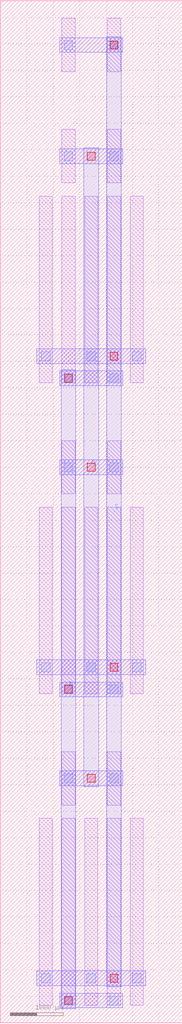
<source format=lef>
MACRO PMOS_S_81354572_X2_Y3
  UNITS 
    DATABASE MICRONS UNITS 1000;
  END UNITS 
  ORIGIN 0 0 ;
  FOREIGN PMOS_S_81354572_X2_Y3 0 0 ;
  SIZE 3440 BY 19320 ;
  PIN D
    DIRECTION INOUT ;
    USE SIGNAL ;
    PORT
      LAYER M3 ;
        RECT 1150 260 1430 12340 ;
    END
  END D
  PIN G
    DIRECTION INOUT ;
    USE SIGNAL ;
    PORT
      LAYER M3 ;
        RECT 1580 4460 1860 16540 ;
    END
  END G
  PIN S
    DIRECTION INOUT ;
    USE SIGNAL ;
    PORT
      LAYER M3 ;
        RECT 2010 680 2290 18640 ;
    END
  END S
  OBS
    LAYER M1 ;
      RECT 1165 335 1415 3865 ;
    LAYER M1 ;
      RECT 1165 4115 1415 5125 ;
    LAYER M1 ;
      RECT 1165 6215 1415 9745 ;
    LAYER M1 ;
      RECT 1165 9995 1415 11005 ;
    LAYER M1 ;
      RECT 1165 12095 1415 15625 ;
    LAYER M1 ;
      RECT 1165 15875 1415 16885 ;
    LAYER M1 ;
      RECT 1165 17975 1415 18985 ;
    LAYER M1 ;
      RECT 735 335 985 3865 ;
    LAYER M1 ;
      RECT 735 6215 985 9745 ;
    LAYER M1 ;
      RECT 735 12095 985 15625 ;
    LAYER M1 ;
      RECT 1595 335 1845 3865 ;
    LAYER M1 ;
      RECT 1595 6215 1845 9745 ;
    LAYER M1 ;
      RECT 1595 12095 1845 15625 ;
    LAYER M1 ;
      RECT 2025 335 2275 3865 ;
    LAYER M1 ;
      RECT 2025 4115 2275 5125 ;
    LAYER M1 ;
      RECT 2025 6215 2275 9745 ;
    LAYER M1 ;
      RECT 2025 9995 2275 11005 ;
    LAYER M1 ;
      RECT 2025 12095 2275 15625 ;
    LAYER M1 ;
      RECT 2025 15875 2275 16885 ;
    LAYER M1 ;
      RECT 2025 17975 2275 18985 ;
    LAYER M1 ;
      RECT 2455 335 2705 3865 ;
    LAYER M1 ;
      RECT 2455 6215 2705 9745 ;
    LAYER M1 ;
      RECT 2455 12095 2705 15625 ;
    LAYER M2 ;
      RECT 1120 280 2320 560 ;
    LAYER M2 ;
      RECT 1120 4480 2320 4760 ;
    LAYER M2 ;
      RECT 690 700 2750 980 ;
    LAYER M2 ;
      RECT 1120 6160 2320 6440 ;
    LAYER M2 ;
      RECT 1120 10360 2320 10640 ;
    LAYER M2 ;
      RECT 690 6580 2750 6860 ;
    LAYER M2 ;
      RECT 1120 12040 2320 12320 ;
    LAYER M2 ;
      RECT 1120 16240 2320 16520 ;
    LAYER M2 ;
      RECT 1120 18340 2320 18620 ;
    LAYER M2 ;
      RECT 690 12460 2750 12740 ;
    LAYER V1 ;
      RECT 1205 335 1375 505 ;
    LAYER V1 ;
      RECT 1205 4535 1375 4705 ;
    LAYER V1 ;
      RECT 1205 6215 1375 6385 ;
    LAYER V1 ;
      RECT 1205 10415 1375 10585 ;
    LAYER V1 ;
      RECT 1205 12095 1375 12265 ;
    LAYER V1 ;
      RECT 1205 16295 1375 16465 ;
    LAYER V1 ;
      RECT 1205 18395 1375 18565 ;
    LAYER V1 ;
      RECT 2065 335 2235 505 ;
    LAYER V1 ;
      RECT 2065 4535 2235 4705 ;
    LAYER V1 ;
      RECT 2065 6215 2235 6385 ;
    LAYER V1 ;
      RECT 2065 10415 2235 10585 ;
    LAYER V1 ;
      RECT 2065 12095 2235 12265 ;
    LAYER V1 ;
      RECT 2065 16295 2235 16465 ;
    LAYER V1 ;
      RECT 2065 18395 2235 18565 ;
    LAYER V1 ;
      RECT 775 755 945 925 ;
    LAYER V1 ;
      RECT 775 6635 945 6805 ;
    LAYER V1 ;
      RECT 775 12515 945 12685 ;
    LAYER V1 ;
      RECT 1635 755 1805 925 ;
    LAYER V1 ;
      RECT 1635 6635 1805 6805 ;
    LAYER V1 ;
      RECT 1635 12515 1805 12685 ;
    LAYER V1 ;
      RECT 2495 755 2665 925 ;
    LAYER V1 ;
      RECT 2495 6635 2665 6805 ;
    LAYER V1 ;
      RECT 2495 12515 2665 12685 ;
    LAYER V2 ;
      RECT 1215 345 1365 495 ;
    LAYER V2 ;
      RECT 1215 6225 1365 6375 ;
    LAYER V2 ;
      RECT 1215 12105 1365 12255 ;
    LAYER V2 ;
      RECT 1645 4545 1795 4695 ;
    LAYER V2 ;
      RECT 1645 10425 1795 10575 ;
    LAYER V2 ;
      RECT 1645 16305 1795 16455 ;
    LAYER V2 ;
      RECT 2075 765 2225 915 ;
    LAYER V2 ;
      RECT 2075 6645 2225 6795 ;
    LAYER V2 ;
      RECT 2075 12525 2225 12675 ;
    LAYER V2 ;
      RECT 2075 18405 2225 18555 ;
  END
END PMOS_S_81354572_X2_Y3

</source>
